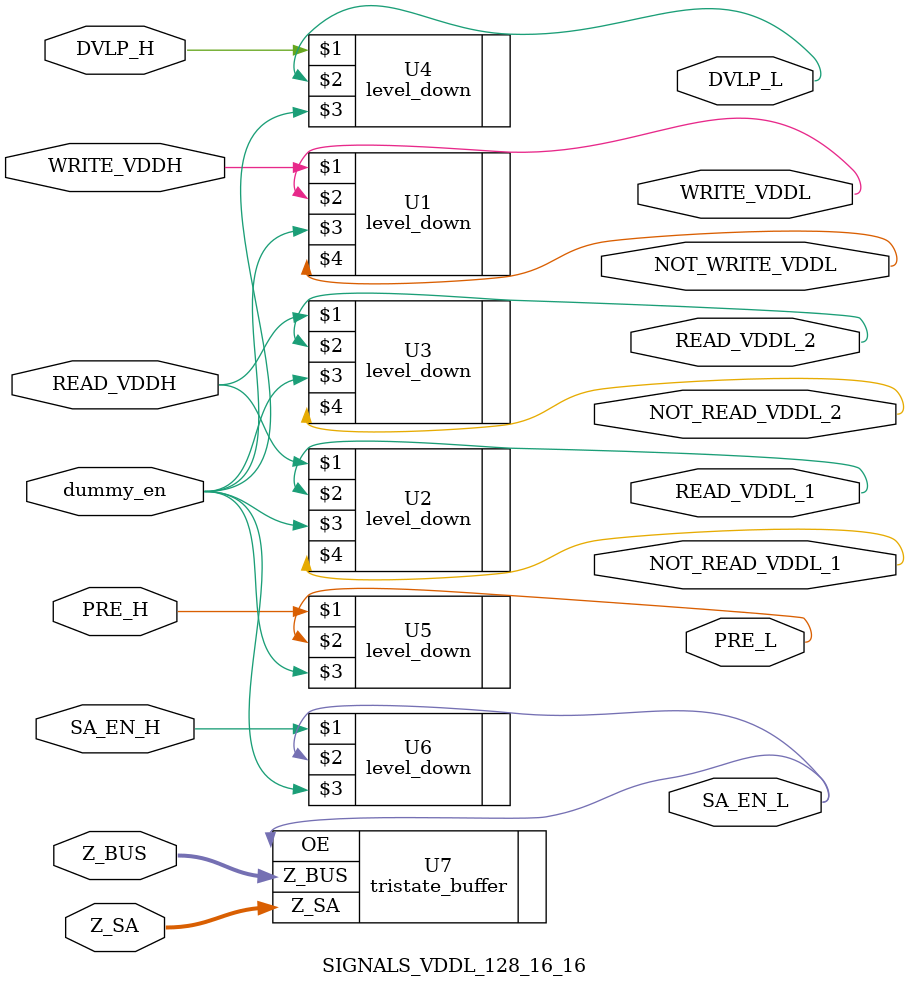
<source format=v>


`include "/ibe/users/da220/Cadence/WORK_TSMC180FORTE/DIGITAL/rtl/level_down/level_down.v"
`include "/ibe/users/da220/Cadence/WORK_TSMC180FORTE/DIGITAL/rtl/tristate_buffer/tristate_buffer.v"

// NAME MODIFIED //
module SIGNALS_VDDL_128_16_16(
// END MODIFY NAME //
WRITE_VDDH,
READ_VDDH,
DVLP_H,
PRE_H,
SA_EN_H,
dummy_en,
WRITE_VDDL,
NOT_WRITE_VDDL,
READ_VDDL_1,
NOT_READ_VDDL_1,
READ_VDDL_2,
NOT_READ_VDDL_2,
DVLP_L,
PRE_L,
Z_SA,
//Z_WR,
Z_BUS,
SA_EN_L,
);

// SKILL MODIFICATIONS //
parameter B_SIZE = 16;
// END OF SKILL MODIFICATION //

// Inputs
input	WRITE_VDDH;
input	READ_VDDH;
input	DVLP_H;
input	PRE_H;
input	SA_EN_H;
input	dummy_en;

// Input Ouput
inout	[B_SIZE-1:0] Z_SA;
//inout	[B_SIZE-1:0] Z_WR;
inout	[B_SIZE-1:0] Z_BUS;

// Outputs
output	WRITE_VDDL;
output	NOT_WRITE_VDDL;
output	READ_VDDL_1;
output	NOT_READ_VDDL_1;
output	READ_VDDL_2;
output	NOT_READ_VDDL_2;
output 	DVLP_L;
output	PRE_L;
output	SA_EN_L;

// Wires
wire	WRITE_VDDH;
wire	READ_VDDH;
wire	DVLP_H;
wire	PRE_H;
wire	SA_EN_H;
wire	dummy_en;
wire	WRITE_VDDL;
wire	NOT_WRITE_VDDL;
wire	READ_VDDL_1;
wire	NOT_READ_VDDL_1;
wire	READ_VDDL_2;
wire	NOT_READ_VDDL_2;
wire 	DVLP_L;
wire	PRE_L;
wire	SA_EN_L;
wire	[B_SIZE-1:0] Z_BUS;
wire	[B_SIZE-1:0] Z_SA;
//wire	[B_SIZE-1:0] Z_WR;



level_down U1(WRITE_VDDH, WRITE_VDDL, dummy_en, NOT_WRITE_VDDL);
level_down U2(READ_VDDH, READ_VDDL_1, dummy_en, NOT_READ_VDDL_1);
level_down U3(READ_VDDH, READ_VDDL_2, dummy_en, NOT_READ_VDDL_2);
level_down U4(DVLP_H, DVLP_L, dummy_en,);
level_down U5(PRE_H, PRE_L, dummy_en,);
level_down U6(SA_EN_H, SA_EN_L, dummy_en,);
tristate_buffer #(B_SIZE) U7(
.Z_SA	(Z_SA),
//.Z_WR	(Z_WR),
.Z_BUS	(Z_BUS),
.OE		(SA_EN_L)
);

endmodule
</source>
